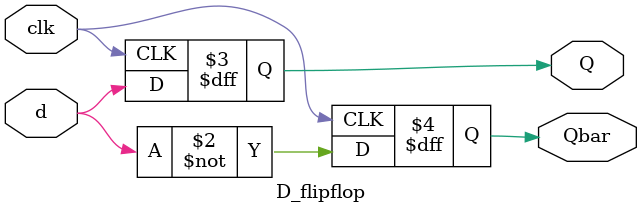
<source format=v>
`timescale 1ns / 1ps


module D_flipflop(
input d,
input clk,
output reg Q,
output reg Qbar
);

always@(posedge clk)
begin
Q=d;
Qbar=~Q;
end
endmodule

</source>
